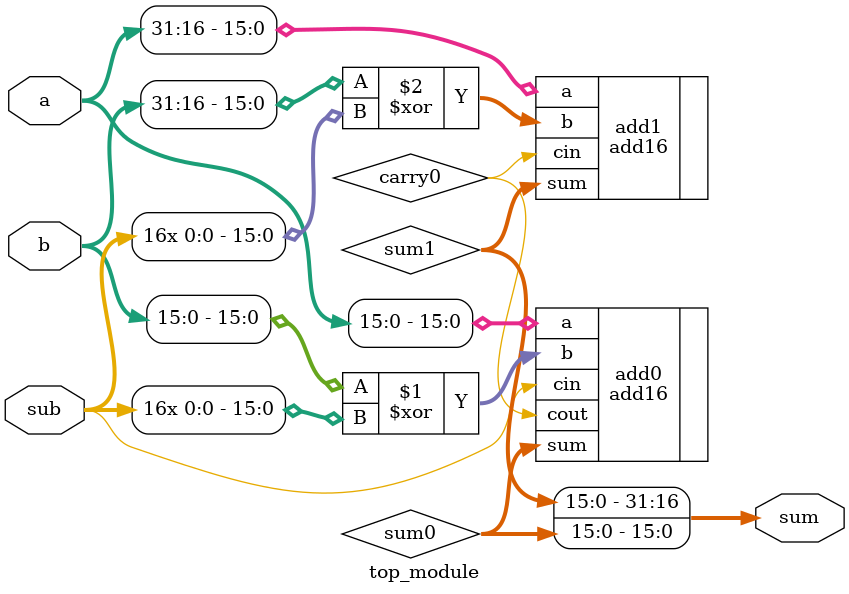
<source format=v>
module top_module(
    input [31:0] a,
    input [31:0] b,
    input sub,
    output [31:0] sum
);
    wire carry0;
    wire neg_b;
    wire [15:0] sum0, sum1;
    add16 add0(.a(a[15:0]), .b(b[15:0] ^ {16{sub}}), .cin(sub), .cout(carry0), .sum(sum0));
    add16 add1(.a(a[31:16]), .b(b[31:16] ^ {16{sub}}), .cin(carry0), .sum(sum1));
    assign sum = {sum1, sum0};
endmodule

</source>
